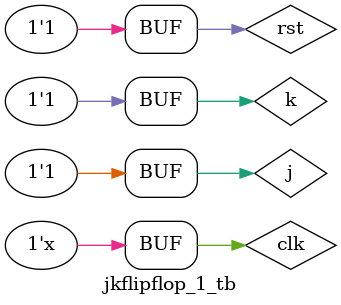
<source format=v>
module jkflipflop_1 (j,k,clk,rst,q,qbar);
input j,k;
input clk,rst;
output reg q,qbar;

always@(posedge clk or negedge rst)begin
    if (!rst)begin
        q <= 1'b0;
        qbar <= ~q;
    end else begin
        if (j == 0 && k == 0)begin
        q = q;end // memory stage
        
        else if (j == 0 && k == 1)begin
        q <= 1'b0; // Reset stage
        qbar <= 1'b1;end

        else if (j == 1 && k == 0)begin
        q <= 1'b1; // Set stage
        qbar <= 1'b0;end

        else begin
        q <= ~q; // Toggle stage
        qbar <= ~q;
        end
   end
end
endmodule
module jkflipflop_1_tb; // testbench
reg j,k;
reg clk=1,rst;
wire q,qbar;

jkflipflop_1 jkfff1(j,k,clk,rst,q,qbar);
always #3 clk = ~clk;
initial begin
    rst = 1'b0;
    #2 rst = 1'b1; j = 1'b0; k = 1'b0;
    #4 j = 1'b0; k = 1'b1;
    #4 j = 1'b1; k = 1'b0;
    #4 j = 1'b1; k = 1'b1;
    #4 j = 1'b0; k = 1'b0;
    #4 j = 1'b1; k = 1'b0;
    #4 j = 1'b1; k = 1'b1;
end
endmodule



</source>
